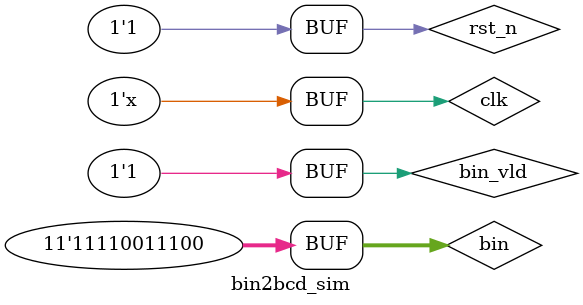
<source format=v>
`timescale 1ns / 1ps


module bin2bcd_sim(
    );
    reg clk,rst_n,bin_vld;
    reg [10:0] bin;
    wire [16:0] bcd;
    wire bcd_vld;
    bin2bcd bin2bcd0(.bin(bin),.bcd(bcd),.bin_vld(bin_vld),.bcd_vld(bcd_vld),.clk(clk),.rst_n(rst_n));
    
    initial
    begin
        rst_n=0; clk=0; bin_vld=0;
        #40 rst_n=1; 
        bin=11'h020;
        #40 bin_vld=1;
        #20 bin=11'h39c;
        #20 bin=11'h79c;
    end
    always #10 clk=~clk;
endmodule

</source>
